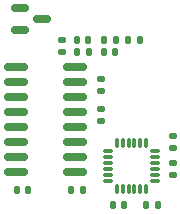
<source format=gbr>
%TF.GenerationSoftware,KiCad,Pcbnew,7.0.9*%
%TF.CreationDate,2023-12-20T22:05:47+01:00*%
%TF.ProjectId,powermeter,706f7765-726d-4657-9465-722e6b696361,rev?*%
%TF.SameCoordinates,Original*%
%TF.FileFunction,Paste,Top*%
%TF.FilePolarity,Positive*%
%FSLAX46Y46*%
G04 Gerber Fmt 4.6, Leading zero omitted, Abs format (unit mm)*
G04 Created by KiCad (PCBNEW 7.0.9) date 2023-12-20 22:05:47*
%MOMM*%
%LPD*%
G01*
G04 APERTURE LIST*
G04 Aperture macros list*
%AMRoundRect*
0 Rectangle with rounded corners*
0 $1 Rounding radius*
0 $2 $3 $4 $5 $6 $7 $8 $9 X,Y pos of 4 corners*
0 Add a 4 corners polygon primitive as box body*
4,1,4,$2,$3,$4,$5,$6,$7,$8,$9,$2,$3,0*
0 Add four circle primitives for the rounded corners*
1,1,$1+$1,$2,$3*
1,1,$1+$1,$4,$5*
1,1,$1+$1,$6,$7*
1,1,$1+$1,$8,$9*
0 Add four rect primitives between the rounded corners*
20,1,$1+$1,$2,$3,$4,$5,0*
20,1,$1+$1,$4,$5,$6,$7,0*
20,1,$1+$1,$6,$7,$8,$9,0*
20,1,$1+$1,$8,$9,$2,$3,0*%
G04 Aperture macros list end*
%ADD10RoundRect,0.135000X-0.135000X-0.185000X0.135000X-0.185000X0.135000X0.185000X-0.135000X0.185000X0*%
%ADD11RoundRect,0.140000X0.170000X-0.140000X0.170000X0.140000X-0.170000X0.140000X-0.170000X-0.140000X0*%
%ADD12RoundRect,0.135000X-0.185000X0.135000X-0.185000X-0.135000X0.185000X-0.135000X0.185000X0.135000X0*%
%ADD13RoundRect,0.140000X-0.140000X-0.170000X0.140000X-0.170000X0.140000X0.170000X-0.140000X0.170000X0*%
%ADD14RoundRect,0.140000X0.140000X0.170000X-0.140000X0.170000X-0.140000X-0.170000X0.140000X-0.170000X0*%
%ADD15RoundRect,0.150000X-0.587500X-0.150000X0.587500X-0.150000X0.587500X0.150000X-0.587500X0.150000X0*%
%ADD16RoundRect,0.140000X-0.170000X0.140000X-0.170000X-0.140000X0.170000X-0.140000X0.170000X0.140000X0*%
%ADD17RoundRect,0.135000X0.185000X-0.135000X0.185000X0.135000X-0.185000X0.135000X-0.185000X-0.135000X0*%
%ADD18RoundRect,0.150000X0.850000X0.150000X-0.850000X0.150000X-0.850000X-0.150000X0.850000X-0.150000X0*%
%ADD19RoundRect,0.075000X-0.075000X0.350000X-0.075000X-0.350000X0.075000X-0.350000X0.075000X0.350000X0*%
%ADD20RoundRect,0.075000X-0.350000X-0.075000X0.350000X-0.075000X0.350000X0.075000X-0.350000X0.075000X0*%
G04 APERTURE END LIST*
D10*
%TO.C,R6*%
X64262000Y-44704000D03*
X65282000Y-44704000D03*
%TD*%
D11*
%TO.C,C7*%
X61976000Y-51521000D03*
X61976000Y-50561000D03*
%TD*%
D12*
%TO.C,R2*%
X58674000Y-44704000D03*
X58674000Y-45724000D03*
%TD*%
D10*
%TO.C,R3*%
X59942000Y-45720000D03*
X60962000Y-45720000D03*
%TD*%
D13*
%TO.C,C8*%
X63020000Y-58674000D03*
X63980000Y-58674000D03*
%TD*%
D14*
%TO.C,C5*%
X66802000Y-58646000D03*
X65842000Y-58646000D03*
%TD*%
D15*
%TO.C,Q1*%
X55118000Y-41976000D03*
X55118000Y-43876000D03*
X56993000Y-42926000D03*
%TD*%
D13*
%TO.C,C4*%
X59944000Y-44704000D03*
X60904000Y-44704000D03*
%TD*%
D12*
%TO.C,R4*%
X68072000Y-52832000D03*
X68072000Y-53852000D03*
%TD*%
D10*
%TO.C,R1*%
X62230000Y-44704000D03*
X63250000Y-44704000D03*
%TD*%
D13*
%TO.C,C3*%
X54864000Y-57404000D03*
X55824000Y-57404000D03*
%TD*%
D16*
%TO.C,C2*%
X61976000Y-48006000D03*
X61976000Y-48966000D03*
%TD*%
D17*
%TO.C,R5*%
X68072000Y-56134000D03*
X68072000Y-55114000D03*
%TD*%
D18*
%TO.C,U2*%
X59827000Y-55880000D03*
X59827000Y-54610000D03*
X59827000Y-53340000D03*
X59827000Y-52070000D03*
X59827000Y-50800000D03*
X59827000Y-49530000D03*
X59827000Y-48260000D03*
X59827000Y-46990000D03*
X54827000Y-46990000D03*
X54827000Y-48260000D03*
X54827000Y-49530000D03*
X54827000Y-50800000D03*
X54827000Y-52070000D03*
X54827000Y-53340000D03*
X54827000Y-54610000D03*
X54827000Y-55880000D03*
%TD*%
D14*
%TO.C,C6*%
X60452000Y-57404000D03*
X59492000Y-57404000D03*
%TD*%
D19*
%TO.C,U3*%
X65848000Y-53410000D03*
X65348000Y-53410000D03*
X64848000Y-53410000D03*
X64348000Y-53410000D03*
X63848000Y-53410000D03*
X63348000Y-53410000D03*
D20*
X62648000Y-54110000D03*
X62648000Y-54610000D03*
X62648000Y-55110000D03*
X62648000Y-55610000D03*
X62648000Y-56110000D03*
X62648000Y-56610000D03*
D19*
X63348000Y-57310000D03*
X63848000Y-57310000D03*
X64348000Y-57310000D03*
X64848000Y-57310000D03*
X65348000Y-57310000D03*
X65848000Y-57310000D03*
D20*
X66548000Y-56610000D03*
X66548000Y-56110000D03*
X66548000Y-55610000D03*
X66548000Y-55110000D03*
X66548000Y-54610000D03*
X66548000Y-54110000D03*
%TD*%
D13*
%TO.C,C1*%
X62230000Y-45720000D03*
X63190000Y-45720000D03*
%TD*%
M02*

</source>
